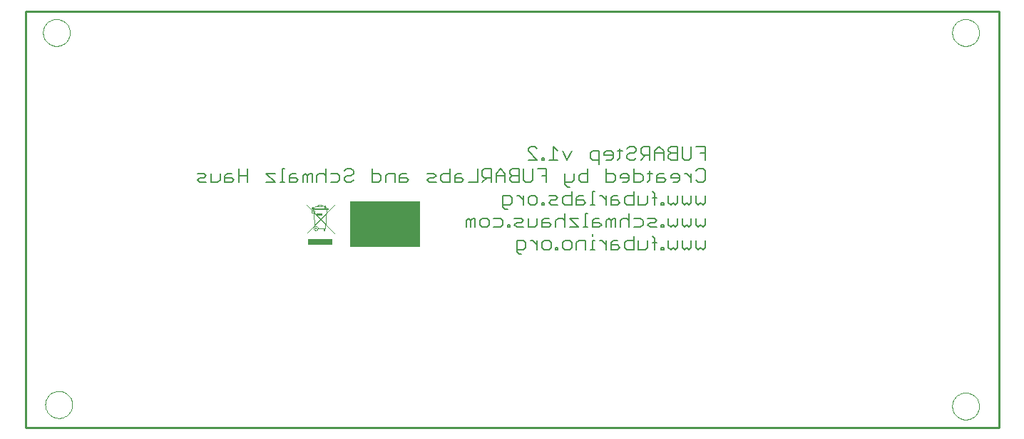
<source format=gbo>
G75*
G70*
%OFA0B0*%
%FSLAX24Y24*%
%IPPOS*%
%LPD*%
%AMOC8*
5,1,8,0,0,1.08239X$1,22.5*
%
%ADD10C,0.0100*%
%ADD11C,0.0000*%
%ADD12C,0.0070*%
%ADD13R,0.3300X0.2150*%
%ADD14C,0.0039*%
%ADD15R,0.1157X0.0291*%
%ADD16C,0.0010*%
D10*
X001035Y001833D02*
X001035Y021333D01*
X046535Y021333D01*
X046535Y001833D01*
X001035Y001833D01*
D11*
X001961Y002902D02*
X001963Y002952D01*
X001969Y003002D01*
X001979Y003051D01*
X001993Y003099D01*
X002010Y003146D01*
X002031Y003191D01*
X002056Y003235D01*
X002084Y003276D01*
X002116Y003315D01*
X002150Y003352D01*
X002187Y003386D01*
X002227Y003416D01*
X002269Y003443D01*
X002313Y003467D01*
X002359Y003488D01*
X002406Y003504D01*
X002454Y003517D01*
X002504Y003526D01*
X002553Y003531D01*
X002604Y003532D01*
X002654Y003529D01*
X002703Y003522D01*
X002752Y003511D01*
X002800Y003496D01*
X002846Y003478D01*
X002891Y003456D01*
X002934Y003430D01*
X002975Y003401D01*
X003014Y003369D01*
X003050Y003334D01*
X003082Y003296D01*
X003112Y003256D01*
X003139Y003213D01*
X003162Y003169D01*
X003181Y003123D01*
X003197Y003075D01*
X003209Y003026D01*
X003217Y002977D01*
X003221Y002927D01*
X003221Y002877D01*
X003217Y002827D01*
X003209Y002778D01*
X003197Y002729D01*
X003181Y002681D01*
X003162Y002635D01*
X003139Y002591D01*
X003112Y002548D01*
X003082Y002508D01*
X003050Y002470D01*
X003014Y002435D01*
X002975Y002403D01*
X002934Y002374D01*
X002891Y002348D01*
X002846Y002326D01*
X002800Y002308D01*
X002752Y002293D01*
X002703Y002282D01*
X002654Y002275D01*
X002604Y002272D01*
X002553Y002273D01*
X002504Y002278D01*
X002454Y002287D01*
X002406Y002300D01*
X002359Y002316D01*
X002313Y002337D01*
X002269Y002361D01*
X002227Y002388D01*
X002187Y002418D01*
X002150Y002452D01*
X002116Y002489D01*
X002084Y002528D01*
X002056Y002569D01*
X002031Y002613D01*
X002010Y002658D01*
X001993Y002705D01*
X001979Y002753D01*
X001969Y002802D01*
X001963Y002852D01*
X001961Y002902D01*
X001855Y020333D02*
X001857Y020383D01*
X001863Y020433D01*
X001873Y020482D01*
X001887Y020530D01*
X001904Y020577D01*
X001925Y020622D01*
X001950Y020666D01*
X001978Y020707D01*
X002010Y020746D01*
X002044Y020783D01*
X002081Y020817D01*
X002121Y020847D01*
X002163Y020874D01*
X002207Y020898D01*
X002253Y020919D01*
X002300Y020935D01*
X002348Y020948D01*
X002398Y020957D01*
X002447Y020962D01*
X002498Y020963D01*
X002548Y020960D01*
X002597Y020953D01*
X002646Y020942D01*
X002694Y020927D01*
X002740Y020909D01*
X002785Y020887D01*
X002828Y020861D01*
X002869Y020832D01*
X002908Y020800D01*
X002944Y020765D01*
X002976Y020727D01*
X003006Y020687D01*
X003033Y020644D01*
X003056Y020600D01*
X003075Y020554D01*
X003091Y020506D01*
X003103Y020457D01*
X003111Y020408D01*
X003115Y020358D01*
X003115Y020308D01*
X003111Y020258D01*
X003103Y020209D01*
X003091Y020160D01*
X003075Y020112D01*
X003056Y020066D01*
X003033Y020022D01*
X003006Y019979D01*
X002976Y019939D01*
X002944Y019901D01*
X002908Y019866D01*
X002869Y019834D01*
X002828Y019805D01*
X002785Y019779D01*
X002740Y019757D01*
X002694Y019739D01*
X002646Y019724D01*
X002597Y019713D01*
X002548Y019706D01*
X002498Y019703D01*
X002447Y019704D01*
X002398Y019709D01*
X002348Y019718D01*
X002300Y019731D01*
X002253Y019747D01*
X002207Y019768D01*
X002163Y019792D01*
X002121Y019819D01*
X002081Y019849D01*
X002044Y019883D01*
X002010Y019920D01*
X001978Y019959D01*
X001950Y020000D01*
X001925Y020044D01*
X001904Y020089D01*
X001887Y020136D01*
X001873Y020184D01*
X001863Y020233D01*
X001857Y020283D01*
X001855Y020333D01*
X044355Y020333D02*
X044357Y020383D01*
X044363Y020433D01*
X044373Y020482D01*
X044387Y020530D01*
X044404Y020577D01*
X044425Y020622D01*
X044450Y020666D01*
X044478Y020707D01*
X044510Y020746D01*
X044544Y020783D01*
X044581Y020817D01*
X044621Y020847D01*
X044663Y020874D01*
X044707Y020898D01*
X044753Y020919D01*
X044800Y020935D01*
X044848Y020948D01*
X044898Y020957D01*
X044947Y020962D01*
X044998Y020963D01*
X045048Y020960D01*
X045097Y020953D01*
X045146Y020942D01*
X045194Y020927D01*
X045240Y020909D01*
X045285Y020887D01*
X045328Y020861D01*
X045369Y020832D01*
X045408Y020800D01*
X045444Y020765D01*
X045476Y020727D01*
X045506Y020687D01*
X045533Y020644D01*
X045556Y020600D01*
X045575Y020554D01*
X045591Y020506D01*
X045603Y020457D01*
X045611Y020408D01*
X045615Y020358D01*
X045615Y020308D01*
X045611Y020258D01*
X045603Y020209D01*
X045591Y020160D01*
X045575Y020112D01*
X045556Y020066D01*
X045533Y020022D01*
X045506Y019979D01*
X045476Y019939D01*
X045444Y019901D01*
X045408Y019866D01*
X045369Y019834D01*
X045328Y019805D01*
X045285Y019779D01*
X045240Y019757D01*
X045194Y019739D01*
X045146Y019724D01*
X045097Y019713D01*
X045048Y019706D01*
X044998Y019703D01*
X044947Y019704D01*
X044898Y019709D01*
X044848Y019718D01*
X044800Y019731D01*
X044753Y019747D01*
X044707Y019768D01*
X044663Y019792D01*
X044621Y019819D01*
X044581Y019849D01*
X044544Y019883D01*
X044510Y019920D01*
X044478Y019959D01*
X044450Y020000D01*
X044425Y020044D01*
X044404Y020089D01*
X044387Y020136D01*
X044373Y020184D01*
X044363Y020233D01*
X044357Y020283D01*
X044355Y020333D01*
X044355Y002833D02*
X044357Y002883D01*
X044363Y002933D01*
X044373Y002982D01*
X044387Y003030D01*
X044404Y003077D01*
X044425Y003122D01*
X044450Y003166D01*
X044478Y003207D01*
X044510Y003246D01*
X044544Y003283D01*
X044581Y003317D01*
X044621Y003347D01*
X044663Y003374D01*
X044707Y003398D01*
X044753Y003419D01*
X044800Y003435D01*
X044848Y003448D01*
X044898Y003457D01*
X044947Y003462D01*
X044998Y003463D01*
X045048Y003460D01*
X045097Y003453D01*
X045146Y003442D01*
X045194Y003427D01*
X045240Y003409D01*
X045285Y003387D01*
X045328Y003361D01*
X045369Y003332D01*
X045408Y003300D01*
X045444Y003265D01*
X045476Y003227D01*
X045506Y003187D01*
X045533Y003144D01*
X045556Y003100D01*
X045575Y003054D01*
X045591Y003006D01*
X045603Y002957D01*
X045611Y002908D01*
X045615Y002858D01*
X045615Y002808D01*
X045611Y002758D01*
X045603Y002709D01*
X045591Y002660D01*
X045575Y002612D01*
X045556Y002566D01*
X045533Y002522D01*
X045506Y002479D01*
X045476Y002439D01*
X045444Y002401D01*
X045408Y002366D01*
X045369Y002334D01*
X045328Y002305D01*
X045285Y002279D01*
X045240Y002257D01*
X045194Y002239D01*
X045146Y002224D01*
X045097Y002213D01*
X045048Y002206D01*
X044998Y002203D01*
X044947Y002204D01*
X044898Y002209D01*
X044848Y002218D01*
X044800Y002231D01*
X044753Y002247D01*
X044707Y002268D01*
X044663Y002292D01*
X044621Y002319D01*
X044581Y002349D01*
X044544Y002383D01*
X044510Y002420D01*
X044478Y002459D01*
X044450Y002500D01*
X044425Y002544D01*
X044404Y002589D01*
X044387Y002636D01*
X044373Y002684D01*
X044363Y002733D01*
X044357Y002783D01*
X044355Y002833D01*
D12*
X032800Y010273D02*
X032695Y010168D01*
X032590Y010273D01*
X032485Y010168D01*
X032380Y010273D01*
X032380Y010589D01*
X032155Y010589D02*
X032155Y010273D01*
X032050Y010168D01*
X031945Y010273D01*
X031840Y010168D01*
X031735Y010273D01*
X031735Y010589D01*
X031511Y010589D02*
X031511Y010273D01*
X031406Y010168D01*
X031301Y010273D01*
X031196Y010168D01*
X031091Y010273D01*
X031091Y010589D01*
X030544Y010484D02*
X030334Y010484D01*
X030439Y010694D02*
X030439Y010168D01*
X030761Y010168D02*
X030866Y010168D01*
X030866Y010273D01*
X030761Y010273D01*
X030761Y010168D01*
X030114Y010273D02*
X030009Y010168D01*
X029694Y010168D01*
X029694Y010589D01*
X029470Y010589D02*
X029155Y010589D01*
X029049Y010484D01*
X029049Y010273D01*
X029155Y010168D01*
X029470Y010168D01*
X029470Y010799D01*
X030114Y010589D02*
X030114Y010273D01*
X030439Y010694D02*
X030334Y010799D01*
X030229Y011218D02*
X030124Y011323D01*
X030229Y011429D01*
X030439Y011429D01*
X030544Y011534D01*
X030439Y011639D01*
X030124Y011639D01*
X029900Y011534D02*
X029900Y011323D01*
X029794Y011218D01*
X029479Y011218D01*
X029255Y011218D02*
X029255Y011849D01*
X029150Y011639D02*
X028940Y011639D01*
X028835Y011534D01*
X028835Y011218D01*
X028610Y011218D02*
X028610Y011639D01*
X028505Y011639D01*
X028400Y011534D01*
X028295Y011639D01*
X028190Y011534D01*
X028190Y011218D01*
X028400Y011218D02*
X028400Y011534D01*
X027966Y011323D02*
X027861Y011429D01*
X027546Y011429D01*
X027546Y011534D02*
X027546Y011218D01*
X027861Y011218D01*
X027966Y011323D01*
X027861Y011639D02*
X027651Y011639D01*
X027546Y011534D01*
X027321Y011849D02*
X027216Y011849D01*
X027216Y011218D01*
X027321Y011218D02*
X027111Y011218D01*
X026892Y011218D02*
X026471Y011218D01*
X026247Y011218D02*
X026247Y011849D01*
X026142Y011639D02*
X025932Y011639D01*
X025827Y011534D01*
X025827Y011218D01*
X025603Y011323D02*
X025497Y011429D01*
X025182Y011429D01*
X025182Y011534D02*
X025182Y011218D01*
X025497Y011218D01*
X025603Y011323D01*
X025497Y011639D02*
X025287Y011639D01*
X025182Y011534D01*
X024958Y011639D02*
X024958Y011323D01*
X024853Y011218D01*
X024538Y011218D01*
X024538Y011639D01*
X024313Y011534D02*
X024208Y011639D01*
X023893Y011639D01*
X023998Y011429D02*
X024208Y011429D01*
X024313Y011534D01*
X024313Y011218D02*
X023998Y011218D01*
X023893Y011323D01*
X023998Y011429D01*
X023669Y011323D02*
X023564Y011323D01*
X023564Y011218D01*
X023669Y011218D01*
X023669Y011323D01*
X023347Y011323D02*
X023242Y011218D01*
X022926Y011218D01*
X022702Y011323D02*
X022702Y011534D01*
X022597Y011639D01*
X022387Y011639D01*
X022282Y011534D01*
X022282Y011323D01*
X022387Y011218D01*
X022597Y011218D01*
X022702Y011323D01*
X022926Y011639D02*
X023242Y011639D01*
X023347Y011534D01*
X023347Y011323D01*
X023461Y012058D02*
X023356Y012163D01*
X023356Y012689D01*
X023671Y012689D01*
X023776Y012584D01*
X023776Y012373D01*
X023671Y012268D01*
X023356Y012268D01*
X023461Y012058D02*
X023566Y012058D01*
X024313Y012268D02*
X024313Y012689D01*
X024313Y012479D02*
X024103Y012689D01*
X023998Y012689D01*
X024538Y012584D02*
X024643Y012689D01*
X024853Y012689D01*
X024958Y012584D01*
X024958Y012373D01*
X024853Y012268D01*
X024643Y012268D01*
X024538Y012373D01*
X024538Y012584D01*
X025175Y012373D02*
X025175Y012268D01*
X025280Y012268D01*
X025280Y012373D01*
X025175Y012373D01*
X025504Y012373D02*
X025610Y012479D01*
X025820Y012479D01*
X025925Y012584D01*
X025820Y012689D01*
X025504Y012689D01*
X025504Y012373D02*
X025610Y012268D01*
X025925Y012268D01*
X026149Y012373D02*
X026149Y012584D01*
X026254Y012689D01*
X026569Y012689D01*
X026569Y012899D02*
X026569Y012268D01*
X026254Y012268D01*
X026149Y012373D01*
X026794Y012268D02*
X026794Y012584D01*
X026899Y012689D01*
X027109Y012689D01*
X027109Y012479D02*
X026794Y012479D01*
X026794Y012268D02*
X027109Y012268D01*
X027214Y012373D01*
X027109Y012479D01*
X027433Y012268D02*
X027644Y012268D01*
X027539Y012268D02*
X027539Y012899D01*
X027644Y012899D01*
X027865Y012689D02*
X027971Y012689D01*
X028181Y012479D01*
X028181Y012689D02*
X028181Y012268D01*
X028405Y012268D02*
X028720Y012268D01*
X028825Y012373D01*
X028720Y012479D01*
X028405Y012479D01*
X028405Y012584D02*
X028405Y012268D01*
X028405Y012584D02*
X028510Y012689D01*
X028720Y012689D01*
X029049Y012584D02*
X029155Y012689D01*
X029470Y012689D01*
X029470Y012899D02*
X029470Y012268D01*
X029155Y012268D01*
X029049Y012373D01*
X029049Y012584D01*
X029694Y012689D02*
X029694Y012268D01*
X030009Y012268D01*
X030114Y012373D01*
X030114Y012689D01*
X030334Y012584D02*
X030544Y012584D01*
X030439Y012794D02*
X030439Y012268D01*
X030761Y012268D02*
X030866Y012268D01*
X030866Y012373D01*
X030761Y012373D01*
X030761Y012268D01*
X031091Y012373D02*
X031091Y012689D01*
X031511Y012689D02*
X031511Y012373D01*
X031406Y012268D01*
X031301Y012373D01*
X031196Y012268D01*
X031091Y012373D01*
X031735Y012373D02*
X031735Y012689D01*
X032155Y012689D02*
X032155Y012373D01*
X032050Y012268D01*
X031945Y012373D01*
X031840Y012268D01*
X031735Y012373D01*
X032380Y012373D02*
X032380Y012689D01*
X032800Y012689D02*
X032800Y012373D01*
X032695Y012268D01*
X032590Y012373D01*
X032485Y012268D01*
X032380Y012373D01*
X032380Y011639D02*
X032380Y011323D01*
X032485Y011218D01*
X032590Y011323D01*
X032695Y011218D01*
X032800Y011323D01*
X032800Y011639D01*
X032155Y011639D02*
X032155Y011323D01*
X032050Y011218D01*
X031945Y011323D01*
X031840Y011218D01*
X031735Y011323D01*
X031735Y011639D01*
X031511Y011639D02*
X031511Y011323D01*
X031406Y011218D01*
X031301Y011323D01*
X031196Y011218D01*
X031091Y011323D01*
X031091Y011639D01*
X030866Y011323D02*
X030761Y011323D01*
X030761Y011218D01*
X030866Y011218D01*
X030866Y011323D01*
X030544Y011218D02*
X030229Y011218D01*
X029900Y011534D02*
X029794Y011639D01*
X029479Y011639D01*
X029255Y011534D02*
X029150Y011639D01*
X028720Y010589D02*
X028510Y010589D01*
X028405Y010484D01*
X028405Y010168D01*
X028720Y010168D01*
X028825Y010273D01*
X028720Y010379D01*
X028405Y010379D01*
X028181Y010379D02*
X027971Y010589D01*
X027865Y010589D01*
X027644Y010589D02*
X027539Y010589D01*
X027539Y010168D01*
X027644Y010168D02*
X027433Y010168D01*
X027214Y010168D02*
X027214Y010589D01*
X026899Y010589D01*
X026794Y010484D01*
X026794Y010168D01*
X026569Y010273D02*
X026569Y010484D01*
X026464Y010589D01*
X026254Y010589D01*
X026149Y010484D01*
X026149Y010273D01*
X026254Y010168D01*
X026464Y010168D01*
X026569Y010273D01*
X025925Y010273D02*
X025820Y010273D01*
X025820Y010168D01*
X025925Y010168D01*
X025925Y010273D01*
X025603Y010273D02*
X025603Y010484D01*
X025497Y010589D01*
X025287Y010589D01*
X025182Y010484D01*
X025182Y010273D01*
X025287Y010168D01*
X025497Y010168D01*
X025603Y010273D01*
X024958Y010168D02*
X024958Y010589D01*
X024748Y010589D02*
X024643Y010589D01*
X024748Y010589D02*
X024958Y010379D01*
X024421Y010484D02*
X024421Y010273D01*
X024316Y010168D01*
X024000Y010168D01*
X024000Y010063D02*
X024000Y010589D01*
X024316Y010589D01*
X024421Y010484D01*
X024000Y010063D02*
X024106Y009958D01*
X024211Y009958D01*
X022058Y011218D02*
X022058Y011639D01*
X021952Y011639D01*
X021847Y011534D01*
X021742Y011639D01*
X021637Y011534D01*
X021637Y011218D01*
X021847Y011218D02*
X021847Y011534D01*
X021745Y013318D02*
X022165Y013318D01*
X022165Y013949D01*
X022389Y013844D02*
X022389Y013634D01*
X022494Y013529D01*
X022809Y013529D01*
X022599Y013529D02*
X022389Y013318D01*
X022809Y013318D02*
X022809Y013949D01*
X022494Y013949D01*
X022389Y013844D01*
X023034Y013739D02*
X023034Y013318D01*
X023454Y013318D02*
X023454Y013739D01*
X023244Y013949D01*
X023034Y013739D01*
X023034Y013634D02*
X023454Y013634D01*
X023678Y013739D02*
X023783Y013634D01*
X024099Y013634D01*
X024323Y013423D02*
X024323Y013949D01*
X024099Y013949D02*
X023783Y013949D01*
X023678Y013844D01*
X023678Y013739D01*
X023783Y013634D02*
X023678Y013529D01*
X023678Y013423D01*
X023783Y013318D01*
X024099Y013318D01*
X024099Y013949D01*
X024323Y013423D02*
X024428Y013318D01*
X024638Y013318D01*
X024743Y013423D01*
X024743Y013949D01*
X024967Y013949D02*
X025388Y013949D01*
X025388Y013318D01*
X025388Y013634D02*
X025177Y013634D01*
X025175Y014368D02*
X025280Y014368D01*
X025280Y014473D01*
X025175Y014473D01*
X025175Y014368D01*
X024958Y014368D02*
X024538Y014789D01*
X024538Y014894D01*
X024643Y014999D01*
X024853Y014999D01*
X024958Y014894D01*
X024958Y014368D02*
X024538Y014368D01*
X025504Y014368D02*
X025925Y014368D01*
X025715Y014368D02*
X025715Y014999D01*
X025925Y014789D01*
X026149Y014789D02*
X026359Y014368D01*
X026569Y014789D01*
X027438Y014684D02*
X027438Y014473D01*
X027543Y014368D01*
X027858Y014368D01*
X027858Y014158D02*
X027858Y014789D01*
X027543Y014789D01*
X027438Y014684D01*
X028083Y014684D02*
X028083Y014579D01*
X028503Y014579D01*
X028503Y014684D02*
X028398Y014789D01*
X028188Y014789D01*
X028083Y014684D01*
X028188Y014368D02*
X028398Y014368D01*
X028503Y014473D01*
X028503Y014684D01*
X028723Y014789D02*
X028933Y014789D01*
X028828Y014894D02*
X028828Y014473D01*
X028723Y014368D01*
X029157Y014473D02*
X029157Y014579D01*
X029262Y014684D01*
X029472Y014684D01*
X029577Y014789D01*
X029577Y014894D01*
X029472Y014999D01*
X029262Y014999D01*
X029157Y014894D01*
X029801Y014894D02*
X029801Y014684D01*
X029907Y014579D01*
X030222Y014579D01*
X030012Y014579D02*
X029801Y014368D01*
X029577Y014473D02*
X029472Y014368D01*
X029262Y014368D01*
X029157Y014473D01*
X029479Y013949D02*
X029479Y013318D01*
X029794Y013318D01*
X029900Y013423D01*
X029900Y013634D01*
X029794Y013739D01*
X029479Y013739D01*
X029255Y013634D02*
X029255Y013423D01*
X029150Y013318D01*
X028940Y013318D01*
X028835Y013529D02*
X029255Y013529D01*
X029255Y013634D02*
X029150Y013739D01*
X028940Y013739D01*
X028835Y013634D01*
X028835Y013529D01*
X028610Y013423D02*
X028610Y013634D01*
X028505Y013739D01*
X028190Y013739D01*
X028190Y013949D02*
X028190Y013318D01*
X028505Y013318D01*
X028610Y013423D01*
X027321Y013318D02*
X027006Y013318D01*
X026901Y013423D01*
X026901Y013634D01*
X027006Y013739D01*
X027321Y013739D01*
X027321Y013949D02*
X027321Y013318D01*
X026677Y013423D02*
X026572Y013318D01*
X026256Y013318D01*
X026256Y013213D02*
X026362Y013108D01*
X026467Y013108D01*
X026256Y013213D02*
X026256Y013739D01*
X026677Y013739D02*
X026677Y013423D01*
X029801Y014894D02*
X029907Y014999D01*
X030222Y014999D01*
X030222Y014368D01*
X030446Y014368D02*
X030446Y014789D01*
X030656Y014999D01*
X030866Y014789D01*
X030866Y014368D01*
X031091Y014473D02*
X031196Y014368D01*
X031511Y014368D01*
X031511Y014999D01*
X031196Y014999D01*
X031091Y014894D01*
X031091Y014789D01*
X031196Y014684D01*
X031511Y014684D01*
X031735Y014473D02*
X031735Y014999D01*
X032155Y014999D02*
X032155Y014473D01*
X032050Y014368D01*
X031840Y014368D01*
X031735Y014473D01*
X031196Y014684D02*
X031091Y014579D01*
X031091Y014473D01*
X030866Y014684D02*
X030446Y014684D01*
X030224Y013844D02*
X030224Y013423D01*
X030119Y013318D01*
X030553Y013318D02*
X030869Y013318D01*
X030974Y013423D01*
X030869Y013529D01*
X030553Y013529D01*
X030553Y013634D02*
X030553Y013318D01*
X030334Y012899D02*
X030439Y012794D01*
X031303Y013318D02*
X031513Y013318D01*
X031618Y013423D01*
X031618Y013634D01*
X031513Y013739D01*
X031303Y013739D01*
X031198Y013634D01*
X031198Y013529D01*
X031618Y013529D01*
X031840Y013739D02*
X031945Y013739D01*
X032155Y013529D01*
X032155Y013739D02*
X032155Y013318D01*
X032380Y013423D02*
X032485Y013318D01*
X032695Y013318D01*
X032800Y013423D01*
X032800Y013844D01*
X032695Y013949D01*
X032485Y013949D01*
X032380Y013844D01*
X032800Y014368D02*
X032800Y014999D01*
X032380Y014999D01*
X032590Y014684D02*
X032800Y014684D01*
X030869Y013739D02*
X030659Y013739D01*
X030553Y013634D01*
X030329Y013739D02*
X030119Y013739D01*
X026892Y011639D02*
X026471Y011639D01*
X026892Y011218D01*
X026247Y011534D02*
X026142Y011639D01*
X027539Y010904D02*
X027539Y010799D01*
X028181Y010589D02*
X028181Y010168D01*
X032800Y010273D02*
X032800Y010589D01*
X021520Y013423D02*
X021415Y013529D01*
X021100Y013529D01*
X021100Y013634D02*
X021100Y013318D01*
X021415Y013318D01*
X021520Y013423D01*
X021415Y013739D02*
X021205Y013739D01*
X021100Y013634D01*
X020876Y013739D02*
X020561Y013739D01*
X020455Y013634D01*
X020455Y013423D01*
X020561Y013318D01*
X020876Y013318D01*
X020876Y013949D01*
X020231Y013634D02*
X020126Y013739D01*
X019811Y013739D01*
X019916Y013529D02*
X020126Y013529D01*
X020231Y013634D01*
X019916Y013529D02*
X019811Y013423D01*
X019916Y013318D01*
X020231Y013318D01*
X018942Y013423D02*
X018837Y013318D01*
X018522Y013318D01*
X018522Y013634D01*
X018627Y013739D01*
X018837Y013739D01*
X018837Y013529D02*
X018522Y013529D01*
X018298Y013739D02*
X017982Y013739D01*
X017877Y013634D01*
X017877Y013318D01*
X017653Y013423D02*
X017653Y013634D01*
X017548Y013739D01*
X017233Y013739D01*
X017233Y013949D02*
X017233Y013318D01*
X017548Y013318D01*
X017653Y013423D01*
X018298Y013318D02*
X018298Y013739D01*
X018837Y013529D02*
X018942Y013423D01*
X016364Y013423D02*
X016259Y013318D01*
X016049Y013318D01*
X015944Y013423D01*
X015944Y013529D01*
X016049Y013634D01*
X016259Y013634D01*
X016364Y013739D01*
X016364Y013844D01*
X016259Y013949D01*
X016049Y013949D01*
X015944Y013844D01*
X015719Y013634D02*
X015719Y013423D01*
X015614Y013318D01*
X015299Y013318D01*
X015075Y013318D02*
X015075Y013949D01*
X014970Y013739D02*
X014760Y013739D01*
X014655Y013634D01*
X014655Y013318D01*
X014430Y013318D02*
X014430Y013739D01*
X014325Y013739D01*
X014220Y013634D01*
X014115Y013739D01*
X014010Y013634D01*
X014010Y013318D01*
X014220Y013318D02*
X014220Y013634D01*
X013786Y013423D02*
X013681Y013529D01*
X013365Y013529D01*
X013365Y013634D02*
X013365Y013318D01*
X013681Y013318D01*
X013786Y013423D01*
X013681Y013739D02*
X013471Y013739D01*
X013365Y013634D01*
X013141Y013949D02*
X013036Y013949D01*
X013036Y013318D01*
X013141Y013318D02*
X012931Y013318D01*
X012712Y013318D02*
X012291Y013318D01*
X012291Y013739D02*
X012712Y013318D01*
X012712Y013739D02*
X012291Y013739D01*
X011422Y013634D02*
X011002Y013634D01*
X010778Y013423D02*
X010673Y013529D01*
X010358Y013529D01*
X010358Y013634D02*
X010358Y013318D01*
X010673Y013318D01*
X010778Y013423D01*
X011002Y013318D02*
X011002Y013949D01*
X010673Y013739D02*
X010463Y013739D01*
X010358Y013634D01*
X010133Y013739D02*
X010133Y013423D01*
X010028Y013318D01*
X009713Y013318D01*
X009713Y013739D01*
X009489Y013634D02*
X009384Y013739D01*
X009068Y013739D01*
X009174Y013529D02*
X009384Y013529D01*
X009489Y013634D01*
X009174Y013529D02*
X009068Y013423D01*
X009174Y013318D01*
X009489Y013318D01*
X011422Y013318D02*
X011422Y013949D01*
X014970Y013739D02*
X015075Y013634D01*
X015299Y013739D02*
X015614Y013739D01*
X015719Y013634D01*
D13*
X017835Y011358D03*
D14*
X015485Y010935D02*
X014186Y012273D01*
X014426Y012135D02*
X014422Y012116D01*
X014426Y012100D01*
X014434Y012092D01*
X014454Y012084D01*
X014461Y012084D01*
X015186Y012088D01*
X015186Y012064D01*
X014461Y012060D01*
X014461Y012084D01*
X014477Y012084D01*
X014481Y012100D01*
X014457Y012116D01*
X014450Y012151D02*
X014438Y012147D01*
X014426Y012135D01*
X014450Y012151D02*
X014469Y012151D01*
X014485Y012139D01*
X014493Y012123D01*
X014509Y012120D02*
X014493Y012076D01*
X014493Y012005D01*
X014418Y012005D01*
X014418Y011891D01*
X014505Y011891D01*
X014560Y011261D01*
X014595Y011265D01*
X014635Y011261D01*
X014674Y011238D01*
X014686Y011214D01*
X014698Y011186D01*
X014698Y011155D01*
X014682Y011120D01*
X014662Y011096D01*
X014635Y011080D01*
X014599Y011076D01*
X014560Y011084D01*
X014532Y011104D01*
X014513Y011135D01*
X014509Y011171D01*
X014513Y011206D01*
X014528Y011234D01*
X014552Y011249D01*
X014587Y011190D02*
X014579Y011179D01*
X014579Y011163D01*
X014587Y011151D01*
X014599Y011147D01*
X014611Y011147D01*
X014623Y011155D01*
X014627Y011167D01*
X014627Y011179D01*
X014619Y011190D01*
X014607Y011194D01*
X014603Y011175D01*
X014599Y011194D02*
X014587Y011190D01*
X014694Y011151D02*
X014965Y011151D01*
X014993Y011151D01*
X014993Y011064D01*
X014965Y011053D02*
X014965Y011151D01*
X014993Y011151D02*
X015044Y011151D01*
X015123Y012068D01*
X015111Y012120D01*
X015087Y012151D01*
X015056Y012175D01*
X015016Y012190D01*
X014969Y012206D01*
X014934Y012210D01*
X014902Y012214D01*
X014879Y012214D01*
X014879Y012186D01*
X014702Y012186D01*
X014702Y012246D01*
X014875Y012246D01*
X014875Y012198D01*
X015020Y012218D02*
X015020Y012092D01*
X015052Y012092D01*
X015052Y012214D01*
X015052Y012218D02*
X015020Y012218D01*
X014698Y012214D02*
X014650Y012206D01*
X014599Y012194D01*
X014564Y012179D01*
X014536Y012155D01*
X014509Y012120D01*
X014493Y012005D02*
X014532Y012005D01*
X014532Y011891D01*
X014505Y011891D01*
X014658Y011856D02*
X014879Y011856D01*
X014879Y011820D01*
X014678Y011820D01*
X014658Y011785D02*
X014658Y011856D01*
X014658Y011785D02*
X014879Y011785D01*
X014879Y011820D01*
X015485Y012273D02*
X014225Y010974D01*
X014965Y011053D02*
X015024Y011053D01*
X015024Y011147D01*
D15*
X014800Y010525D03*
D16*
X016605Y010529D02*
X017137Y010529D01*
X017125Y010523D02*
X017228Y010574D01*
X017328Y010637D01*
X017409Y010708D01*
X017470Y010773D01*
X017515Y010830D01*
X017570Y010915D01*
X017617Y011011D01*
X017659Y011133D01*
X017680Y011244D01*
X017688Y011356D01*
X017684Y011462D01*
X017666Y011566D01*
X017667Y011566D02*
X017323Y011566D01*
X017326Y011558D02*
X017668Y011558D01*
X017666Y011566D02*
X017647Y011635D01*
X017625Y011696D01*
X017580Y011793D01*
X017535Y011870D01*
X017489Y011931D01*
X017424Y012003D01*
X017379Y012045D01*
X017334Y012082D01*
X017257Y012135D01*
X017180Y012177D01*
X017141Y012194D01*
X017102Y012210D01*
X017066Y012224D01*
X017005Y012242D01*
X016950Y012253D01*
X016883Y012263D01*
X016794Y012269D01*
X016604Y012269D01*
X016604Y011954D01*
X016787Y011954D01*
X016863Y011948D01*
X016922Y011936D01*
X016987Y011917D01*
X017060Y011881D01*
X017137Y011830D01*
X017190Y011783D01*
X017265Y011690D01*
X017320Y011578D01*
X017336Y011521D01*
X016802Y011521D01*
X016802Y011246D01*
X017338Y011246D01*
X017304Y011153D01*
X017275Y011096D01*
X017233Y011033D01*
X017139Y010936D01*
X017072Y010889D01*
X016997Y010854D01*
X016903Y010826D01*
X016848Y010816D01*
X016794Y010812D01*
X016605Y010812D01*
X016605Y010456D01*
X016794Y010456D01*
X016881Y010462D01*
X016964Y010476D01*
X017041Y010496D01*
X017125Y010523D01*
X017117Y010521D02*
X016605Y010521D01*
X016605Y010512D02*
X017091Y010512D01*
X017065Y010504D02*
X016605Y010504D01*
X016605Y010495D02*
X017039Y010495D01*
X017006Y010487D02*
X016605Y010487D01*
X016605Y010478D02*
X016972Y010478D01*
X016926Y010470D02*
X016605Y010470D01*
X016605Y010461D02*
X016867Y010461D01*
X016605Y010538D02*
X017154Y010538D01*
X017171Y010546D02*
X016605Y010546D01*
X016605Y010555D02*
X017188Y010555D01*
X017205Y010563D02*
X016605Y010563D01*
X016605Y010572D02*
X017222Y010572D01*
X017237Y010580D02*
X016605Y010580D01*
X016605Y010589D02*
X017250Y010589D01*
X017264Y010597D02*
X016605Y010597D01*
X016605Y010606D02*
X017277Y010606D01*
X017291Y010614D02*
X016605Y010614D01*
X016605Y010623D02*
X017305Y010623D01*
X017318Y010631D02*
X016605Y010631D01*
X016605Y010640D02*
X017331Y010640D01*
X017340Y010648D02*
X016605Y010648D01*
X016605Y010657D02*
X017350Y010657D01*
X017360Y010665D02*
X016605Y010665D01*
X016605Y010674D02*
X017369Y010674D01*
X017379Y010682D02*
X016605Y010682D01*
X016605Y010691D02*
X017389Y010691D01*
X017398Y010699D02*
X016605Y010699D01*
X016605Y010708D02*
X017408Y010708D01*
X017416Y010716D02*
X016605Y010716D01*
X016605Y010725D02*
X017424Y010725D01*
X017432Y010733D02*
X016605Y010733D01*
X016605Y010742D02*
X017440Y010742D01*
X017448Y010750D02*
X016605Y010750D01*
X016605Y010759D02*
X017456Y010759D01*
X017464Y010767D02*
X016605Y010767D01*
X016605Y010776D02*
X017472Y010776D01*
X017478Y010784D02*
X016605Y010784D01*
X016605Y010793D02*
X017485Y010793D01*
X017492Y010801D02*
X016605Y010801D01*
X016605Y010810D02*
X017499Y010810D01*
X017505Y010818D02*
X016857Y010818D01*
X016904Y010827D02*
X017512Y010827D01*
X017518Y010835D02*
X016933Y010835D01*
X016962Y010844D02*
X017524Y010844D01*
X017529Y010852D02*
X016991Y010852D01*
X017012Y010861D02*
X017535Y010861D01*
X017540Y010869D02*
X017029Y010869D01*
X017047Y010878D02*
X017546Y010878D01*
X017551Y010886D02*
X017065Y010886D01*
X017080Y010895D02*
X017557Y010895D01*
X017562Y010903D02*
X017092Y010903D01*
X017104Y010912D02*
X017568Y010912D01*
X017573Y010920D02*
X017116Y010920D01*
X017128Y010929D02*
X017577Y010929D01*
X017581Y010937D02*
X017140Y010937D01*
X017148Y010946D02*
X017585Y010946D01*
X017589Y010954D02*
X017156Y010954D01*
X017165Y010963D02*
X017593Y010963D01*
X017598Y010971D02*
X017173Y010971D01*
X017181Y010980D02*
X017602Y010980D01*
X017606Y010988D02*
X017189Y010988D01*
X017198Y010997D02*
X017610Y010997D01*
X017614Y011005D02*
X017206Y011005D01*
X017214Y011014D02*
X017618Y011014D01*
X017621Y011022D02*
X017223Y011022D01*
X017231Y011031D02*
X017624Y011031D01*
X017627Y011039D02*
X017237Y011039D01*
X017243Y011048D02*
X017630Y011048D01*
X017632Y011056D02*
X017249Y011056D01*
X017254Y011065D02*
X017635Y011065D01*
X017638Y011073D02*
X017260Y011073D01*
X017265Y011082D02*
X017641Y011082D01*
X017644Y011090D02*
X017271Y011090D01*
X017276Y011099D02*
X017647Y011099D01*
X017650Y011107D02*
X017281Y011107D01*
X017285Y011116D02*
X017653Y011116D01*
X017655Y011124D02*
X017289Y011124D01*
X017294Y011133D02*
X017658Y011133D01*
X017660Y011141D02*
X017298Y011141D01*
X017303Y011150D02*
X017662Y011150D01*
X017663Y011158D02*
X017306Y011158D01*
X017309Y011167D02*
X017665Y011167D01*
X017667Y011175D02*
X017312Y011175D01*
X017315Y011184D02*
X017668Y011184D01*
X017670Y011192D02*
X017318Y011192D01*
X017322Y011201D02*
X017672Y011201D01*
X017674Y011209D02*
X017325Y011209D01*
X017328Y011218D02*
X017675Y011218D01*
X017677Y011226D02*
X017331Y011226D01*
X017334Y011235D02*
X017679Y011235D01*
X017680Y011243D02*
X017337Y011243D01*
X017335Y011524D02*
X017674Y011524D01*
X017672Y011532D02*
X017333Y011532D01*
X017330Y011541D02*
X017671Y011541D01*
X017669Y011549D02*
X017328Y011549D01*
X017321Y011575D02*
X017664Y011575D01*
X017662Y011583D02*
X017318Y011583D01*
X017313Y011592D02*
X017659Y011592D01*
X017657Y011600D02*
X017309Y011600D01*
X017305Y011609D02*
X017654Y011609D01*
X017652Y011617D02*
X017301Y011617D01*
X017297Y011626D02*
X017650Y011626D01*
X017647Y011634D02*
X017293Y011634D01*
X017288Y011643D02*
X017644Y011643D01*
X017641Y011651D02*
X017284Y011651D01*
X017280Y011660D02*
X017638Y011660D01*
X017635Y011668D02*
X017276Y011668D01*
X017272Y011677D02*
X017632Y011677D01*
X017629Y011685D02*
X017268Y011685D01*
X017262Y011694D02*
X017626Y011694D01*
X017622Y011702D02*
X017255Y011702D01*
X017249Y011711D02*
X017618Y011711D01*
X017614Y011719D02*
X017242Y011719D01*
X017235Y011728D02*
X017610Y011728D01*
X017606Y011736D02*
X017228Y011736D01*
X017221Y011745D02*
X017602Y011745D01*
X017598Y011753D02*
X017214Y011753D01*
X017207Y011762D02*
X017595Y011762D01*
X017591Y011770D02*
X017200Y011770D01*
X017194Y011779D02*
X017587Y011779D01*
X017583Y011787D02*
X017185Y011787D01*
X017176Y011796D02*
X017578Y011796D01*
X017573Y011804D02*
X017166Y011804D01*
X017157Y011813D02*
X017568Y011813D01*
X017563Y011821D02*
X017147Y011821D01*
X017138Y011830D02*
X017558Y011830D01*
X017553Y011838D02*
X017125Y011838D01*
X017112Y011847D02*
X017548Y011847D01*
X017543Y011855D02*
X017100Y011855D01*
X017087Y011864D02*
X017538Y011864D01*
X017533Y011872D02*
X017074Y011872D01*
X017061Y011881D02*
X017526Y011881D01*
X017520Y011889D02*
X017044Y011889D01*
X017027Y011898D02*
X017514Y011898D01*
X017507Y011906D02*
X017009Y011906D01*
X016992Y011915D02*
X017501Y011915D01*
X017495Y011923D02*
X016966Y011923D01*
X016938Y011932D02*
X017488Y011932D01*
X017481Y011940D02*
X016904Y011940D01*
X016859Y011949D02*
X017473Y011949D01*
X017466Y011957D02*
X016604Y011957D01*
X016604Y011966D02*
X017458Y011966D01*
X017450Y011974D02*
X016604Y011974D01*
X016604Y011983D02*
X017443Y011983D01*
X017435Y011991D02*
X016604Y011991D01*
X016604Y012000D02*
X017428Y012000D01*
X017419Y012008D02*
X016604Y012008D01*
X016604Y012017D02*
X017410Y012017D01*
X017401Y012025D02*
X016604Y012025D01*
X016604Y012034D02*
X017391Y012034D01*
X017382Y012042D02*
X016604Y012042D01*
X016604Y012051D02*
X017372Y012051D01*
X017362Y012059D02*
X016604Y012059D01*
X016604Y012068D02*
X017351Y012068D01*
X017341Y012076D02*
X016604Y012076D01*
X016604Y012085D02*
X017330Y012085D01*
X017318Y012093D02*
X016604Y012093D01*
X016604Y012102D02*
X017306Y012102D01*
X017293Y012110D02*
X016604Y012110D01*
X016604Y012119D02*
X017281Y012119D01*
X017269Y012127D02*
X016604Y012127D01*
X016604Y012136D02*
X017256Y012136D01*
X017241Y012144D02*
X016604Y012144D01*
X016604Y012153D02*
X017225Y012153D01*
X017209Y012161D02*
X016604Y012161D01*
X016604Y012170D02*
X017193Y012170D01*
X017177Y012178D02*
X016604Y012178D01*
X016604Y012187D02*
X017158Y012187D01*
X017139Y012195D02*
X016604Y012195D01*
X016604Y012204D02*
X017118Y012204D01*
X017096Y012212D02*
X016604Y012212D01*
X016604Y012221D02*
X017074Y012221D01*
X017048Y012229D02*
X016604Y012229D01*
X016604Y012238D02*
X017019Y012238D01*
X016984Y012246D02*
X016604Y012246D01*
X016604Y012255D02*
X016942Y012255D01*
X016884Y012263D02*
X016604Y012263D01*
X016802Y011515D02*
X017675Y011515D01*
X017677Y011507D02*
X016802Y011507D01*
X016802Y011498D02*
X017678Y011498D01*
X017680Y011490D02*
X016802Y011490D01*
X016802Y011481D02*
X017681Y011481D01*
X017682Y011473D02*
X016802Y011473D01*
X016802Y011464D02*
X017684Y011464D01*
X017684Y011456D02*
X016802Y011456D01*
X016802Y011447D02*
X017685Y011447D01*
X017685Y011439D02*
X016802Y011439D01*
X016802Y011430D02*
X017685Y011430D01*
X017686Y011422D02*
X016802Y011422D01*
X016802Y011413D02*
X017686Y011413D01*
X017686Y011405D02*
X016802Y011405D01*
X016802Y011396D02*
X017687Y011396D01*
X017687Y011388D02*
X016802Y011388D01*
X016802Y011379D02*
X017687Y011379D01*
X017688Y011371D02*
X016802Y011371D01*
X016802Y011362D02*
X017688Y011362D01*
X017688Y011354D02*
X016802Y011354D01*
X016802Y011345D02*
X017687Y011345D01*
X017687Y011337D02*
X016802Y011337D01*
X016802Y011328D02*
X017686Y011328D01*
X017686Y011320D02*
X016802Y011320D01*
X016802Y011311D02*
X017685Y011311D01*
X017684Y011303D02*
X016802Y011303D01*
X016802Y011294D02*
X017684Y011294D01*
X017683Y011286D02*
X016802Y011286D01*
X016802Y011277D02*
X017683Y011277D01*
X017682Y011269D02*
X016802Y011269D01*
X016802Y011260D02*
X017681Y011260D01*
X017681Y011252D02*
X016802Y011252D01*
X018139Y010812D02*
X018139Y010456D01*
X018296Y010456D01*
X018371Y010462D01*
X018444Y010474D01*
X018521Y010492D01*
X018584Y010511D01*
X018629Y010529D01*
X018682Y010553D01*
X018731Y010578D01*
X018792Y010618D01*
X018840Y010651D01*
X018885Y010690D01*
X018920Y010724D01*
X018966Y010773D01*
X018999Y010812D01*
X019031Y010860D01*
X019064Y010911D01*
X019100Y010978D01*
X019121Y011031D01*
X019141Y011088D01*
X019163Y011167D01*
X019174Y011228D01*
X019182Y011299D01*
X019184Y011356D01*
X019182Y011415D01*
X019180Y011440D01*
X019176Y011480D01*
X019170Y011523D01*
X019157Y011588D01*
X019141Y011639D01*
X019127Y011679D01*
X019113Y011716D01*
X019090Y011765D01*
X019074Y011799D01*
X019041Y011854D01*
X019021Y011881D01*
X019005Y011905D01*
X018989Y011927D01*
X018948Y011974D01*
X018924Y011999D01*
X018893Y012029D01*
X018865Y012053D01*
X018828Y012084D01*
X018777Y012122D01*
X018708Y012161D01*
X018627Y012200D01*
X018542Y012230D01*
X018460Y012251D01*
X018381Y012263D01*
X018292Y012271D01*
X018139Y012271D01*
X018139Y011954D01*
X018287Y011954D01*
X018340Y011950D01*
X018391Y011942D01*
X018426Y011935D01*
X018462Y011925D01*
X018541Y011891D01*
X018607Y011850D01*
X018663Y011805D01*
X018708Y011759D01*
X018751Y011704D01*
X018783Y011649D01*
X018812Y011584D01*
X018836Y011513D01*
X018848Y011438D01*
X018850Y011364D01*
X018844Y011307D01*
X018830Y011238D01*
X018810Y011175D01*
X019164Y011175D01*
X019163Y011167D02*
X018807Y011167D01*
X018810Y011175D02*
X018779Y011106D01*
X018735Y011041D01*
X018688Y010986D01*
X018639Y010940D01*
X018584Y010905D01*
X018527Y010870D01*
X018483Y010850D01*
X018422Y010830D01*
X018367Y010818D01*
X018326Y010812D01*
X018139Y010812D01*
X018139Y010810D02*
X018997Y010810D01*
X019003Y010818D02*
X018365Y010818D01*
X018406Y010827D02*
X019009Y010827D01*
X019014Y010835D02*
X018438Y010835D01*
X018464Y010844D02*
X019020Y010844D01*
X019026Y010852D02*
X018488Y010852D01*
X018507Y010861D02*
X019031Y010861D01*
X019037Y010869D02*
X018526Y010869D01*
X018540Y010878D02*
X019042Y010878D01*
X019048Y010886D02*
X018553Y010886D01*
X018567Y010895D02*
X019053Y010895D01*
X019059Y010903D02*
X018581Y010903D01*
X018594Y010912D02*
X019065Y010912D01*
X019069Y010920D02*
X018607Y010920D01*
X018621Y010929D02*
X019074Y010929D01*
X019078Y010937D02*
X018634Y010937D01*
X018645Y010946D02*
X019083Y010946D01*
X019087Y010954D02*
X018654Y010954D01*
X018663Y010963D02*
X019092Y010963D01*
X019096Y010971D02*
X018672Y010971D01*
X018682Y010980D02*
X019100Y010980D01*
X019104Y010988D02*
X018690Y010988D01*
X018697Y010997D02*
X019107Y010997D01*
X019111Y011005D02*
X018705Y011005D01*
X018712Y011014D02*
X019114Y011014D01*
X019118Y011022D02*
X018719Y011022D01*
X018727Y011031D02*
X019121Y011031D01*
X019124Y011039D02*
X018734Y011039D01*
X018740Y011048D02*
X019127Y011048D01*
X019130Y011056D02*
X018746Y011056D01*
X018751Y011065D02*
X019133Y011065D01*
X019136Y011073D02*
X018757Y011073D01*
X018763Y011082D02*
X019139Y011082D01*
X019141Y011090D02*
X018768Y011090D01*
X018774Y011099D02*
X019144Y011099D01*
X019146Y011107D02*
X018779Y011107D01*
X018783Y011116D02*
X019148Y011116D01*
X019151Y011124D02*
X018787Y011124D01*
X018791Y011133D02*
X019153Y011133D01*
X019155Y011141D02*
X018795Y011141D01*
X018799Y011150D02*
X019158Y011150D01*
X019160Y011158D02*
X018803Y011158D01*
X018813Y011184D02*
X019166Y011184D01*
X019167Y011192D02*
X018816Y011192D01*
X018818Y011201D02*
X019169Y011201D01*
X019171Y011209D02*
X018821Y011209D01*
X018824Y011218D02*
X019172Y011218D01*
X019174Y011226D02*
X018826Y011226D01*
X018829Y011235D02*
X019175Y011235D01*
X019176Y011243D02*
X018831Y011243D01*
X018833Y011252D02*
X019177Y011252D01*
X019178Y011260D02*
X018834Y011260D01*
X018836Y011269D02*
X019179Y011269D01*
X019180Y011277D02*
X018838Y011277D01*
X018839Y011286D02*
X019181Y011286D01*
X019182Y011294D02*
X018841Y011294D01*
X018843Y011303D02*
X019182Y011303D01*
X019183Y011311D02*
X018844Y011311D01*
X018845Y011320D02*
X019183Y011320D01*
X019183Y011328D02*
X018846Y011328D01*
X018847Y011337D02*
X019184Y011337D01*
X019184Y011345D02*
X018848Y011345D01*
X018849Y011354D02*
X019184Y011354D01*
X019184Y011362D02*
X018849Y011362D01*
X018849Y011371D02*
X019184Y011371D01*
X019183Y011379D02*
X018849Y011379D01*
X018849Y011388D02*
X019183Y011388D01*
X019183Y011396D02*
X018849Y011396D01*
X018848Y011405D02*
X019183Y011405D01*
X019182Y011413D02*
X018848Y011413D01*
X018848Y011422D02*
X019182Y011422D01*
X019181Y011430D02*
X018848Y011430D01*
X018848Y011439D02*
X019180Y011439D01*
X019180Y011447D02*
X018846Y011447D01*
X018845Y011456D02*
X019179Y011456D01*
X019178Y011464D02*
X018844Y011464D01*
X018842Y011473D02*
X019177Y011473D01*
X019176Y011481D02*
X018841Y011481D01*
X018840Y011490D02*
X019175Y011490D01*
X019174Y011498D02*
X018838Y011498D01*
X018837Y011507D02*
X019173Y011507D01*
X019172Y011515D02*
X018835Y011515D01*
X018832Y011524D02*
X019170Y011524D01*
X019169Y011532D02*
X018830Y011532D01*
X018827Y011541D02*
X019167Y011541D01*
X019165Y011549D02*
X018824Y011549D01*
X018821Y011558D02*
X019163Y011558D01*
X019161Y011566D02*
X018818Y011566D01*
X018815Y011575D02*
X019160Y011575D01*
X019158Y011583D02*
X018813Y011583D01*
X018809Y011592D02*
X019156Y011592D01*
X019153Y011600D02*
X018805Y011600D01*
X018801Y011609D02*
X019150Y011609D01*
X019148Y011617D02*
X018797Y011617D01*
X018793Y011626D02*
X019145Y011626D01*
X019142Y011634D02*
X018789Y011634D01*
X018786Y011643D02*
X019140Y011643D01*
X019137Y011651D02*
X018781Y011651D01*
X018777Y011660D02*
X019134Y011660D01*
X019131Y011668D02*
X018772Y011668D01*
X018767Y011677D02*
X019128Y011677D01*
X019125Y011685D02*
X018762Y011685D01*
X018757Y011694D02*
X019122Y011694D01*
X019118Y011702D02*
X018752Y011702D01*
X018746Y011711D02*
X019115Y011711D01*
X019112Y011719D02*
X018739Y011719D01*
X018733Y011728D02*
X019108Y011728D01*
X019104Y011736D02*
X018726Y011736D01*
X018719Y011745D02*
X019100Y011745D01*
X019096Y011753D02*
X018713Y011753D01*
X018706Y011762D02*
X019091Y011762D01*
X019087Y011770D02*
X018697Y011770D01*
X018689Y011779D02*
X019083Y011779D01*
X019079Y011787D02*
X018680Y011787D01*
X018672Y011796D02*
X019075Y011796D01*
X019071Y011804D02*
X018663Y011804D01*
X018653Y011813D02*
X019066Y011813D01*
X019060Y011821D02*
X018642Y011821D01*
X018632Y011830D02*
X019055Y011830D01*
X019050Y011838D02*
X018622Y011838D01*
X018611Y011847D02*
X019045Y011847D01*
X019040Y011855D02*
X018599Y011855D01*
X018585Y011864D02*
X019033Y011864D01*
X019027Y011872D02*
X018571Y011872D01*
X018558Y011881D02*
X019021Y011881D01*
X019016Y011889D02*
X018544Y011889D01*
X018525Y011898D02*
X019010Y011898D01*
X019004Y011906D02*
X018505Y011906D01*
X018485Y011915D02*
X018998Y011915D01*
X018992Y011923D02*
X018465Y011923D01*
X018437Y011932D02*
X018985Y011932D01*
X018978Y011940D02*
X018401Y011940D01*
X018350Y011949D02*
X018970Y011949D01*
X018963Y011957D02*
X018139Y011957D01*
X018139Y011966D02*
X018955Y011966D01*
X018948Y011974D02*
X018139Y011974D01*
X018139Y011983D02*
X018940Y011983D01*
X018932Y011991D02*
X018139Y011991D01*
X018139Y012000D02*
X018924Y012000D01*
X018915Y012008D02*
X018139Y012008D01*
X018139Y012017D02*
X018906Y012017D01*
X018897Y012025D02*
X018139Y012025D01*
X018139Y012034D02*
X018887Y012034D01*
X018878Y012042D02*
X018139Y012042D01*
X018139Y012051D02*
X018868Y012051D01*
X018858Y012059D02*
X018139Y012059D01*
X018139Y012068D02*
X018847Y012068D01*
X018837Y012076D02*
X018139Y012076D01*
X018139Y012085D02*
X018827Y012085D01*
X018816Y012093D02*
X018139Y012093D01*
X018139Y012102D02*
X018804Y012102D01*
X018792Y012110D02*
X018139Y012110D01*
X018139Y012119D02*
X018781Y012119D01*
X018767Y012127D02*
X018139Y012127D01*
X018139Y012136D02*
X018752Y012136D01*
X018737Y012144D02*
X018139Y012144D01*
X018139Y012153D02*
X018722Y012153D01*
X018707Y012161D02*
X018139Y012161D01*
X018139Y012170D02*
X018690Y012170D01*
X018672Y012178D02*
X018139Y012178D01*
X018139Y012187D02*
X018655Y012187D01*
X018638Y012195D02*
X018139Y012195D01*
X018139Y012204D02*
X018617Y012204D01*
X018593Y012212D02*
X018139Y012212D01*
X018139Y012221D02*
X018569Y012221D01*
X018544Y012229D02*
X018139Y012229D01*
X018139Y012238D02*
X018513Y012238D01*
X018480Y012246D02*
X018139Y012246D01*
X018139Y012255D02*
X018439Y012255D01*
X018382Y012263D02*
X018139Y012263D01*
X018139Y010801D02*
X018990Y010801D01*
X018982Y010793D02*
X018139Y010793D01*
X018139Y010784D02*
X018975Y010784D01*
X018968Y010776D02*
X018139Y010776D01*
X018139Y010767D02*
X018960Y010767D01*
X018952Y010759D02*
X018139Y010759D01*
X018139Y010750D02*
X018945Y010750D01*
X018937Y010742D02*
X018139Y010742D01*
X018139Y010733D02*
X018929Y010733D01*
X018921Y010725D02*
X018139Y010725D01*
X018139Y010716D02*
X018912Y010716D01*
X018903Y010708D02*
X018139Y010708D01*
X018139Y010699D02*
X018894Y010699D01*
X018885Y010691D02*
X018139Y010691D01*
X018139Y010682D02*
X018875Y010682D01*
X018866Y010674D02*
X018139Y010674D01*
X018139Y010665D02*
X018856Y010665D01*
X018846Y010657D02*
X018139Y010657D01*
X018139Y010648D02*
X018836Y010648D01*
X018824Y010640D02*
X018139Y010640D01*
X018139Y010631D02*
X018812Y010631D01*
X018800Y010623D02*
X018139Y010623D01*
X018139Y010614D02*
X018787Y010614D01*
X018774Y010606D02*
X018139Y010606D01*
X018139Y010597D02*
X018761Y010597D01*
X018748Y010589D02*
X018139Y010589D01*
X018139Y010580D02*
X018734Y010580D01*
X018719Y010572D02*
X018139Y010572D01*
X018139Y010563D02*
X018702Y010563D01*
X018686Y010555D02*
X018139Y010555D01*
X018139Y010546D02*
X018668Y010546D01*
X018648Y010538D02*
X018139Y010538D01*
X018139Y010529D02*
X018629Y010529D01*
X018608Y010521D02*
X018139Y010521D01*
X018139Y010512D02*
X018586Y010512D01*
X018559Y010504D02*
X018139Y010504D01*
X018139Y010495D02*
X018532Y010495D01*
X018499Y010487D02*
X018139Y010487D01*
X018139Y010478D02*
X018462Y010478D01*
X018418Y010470D02*
X018139Y010470D01*
X018139Y010461D02*
X018359Y010461D01*
M02*

</source>
